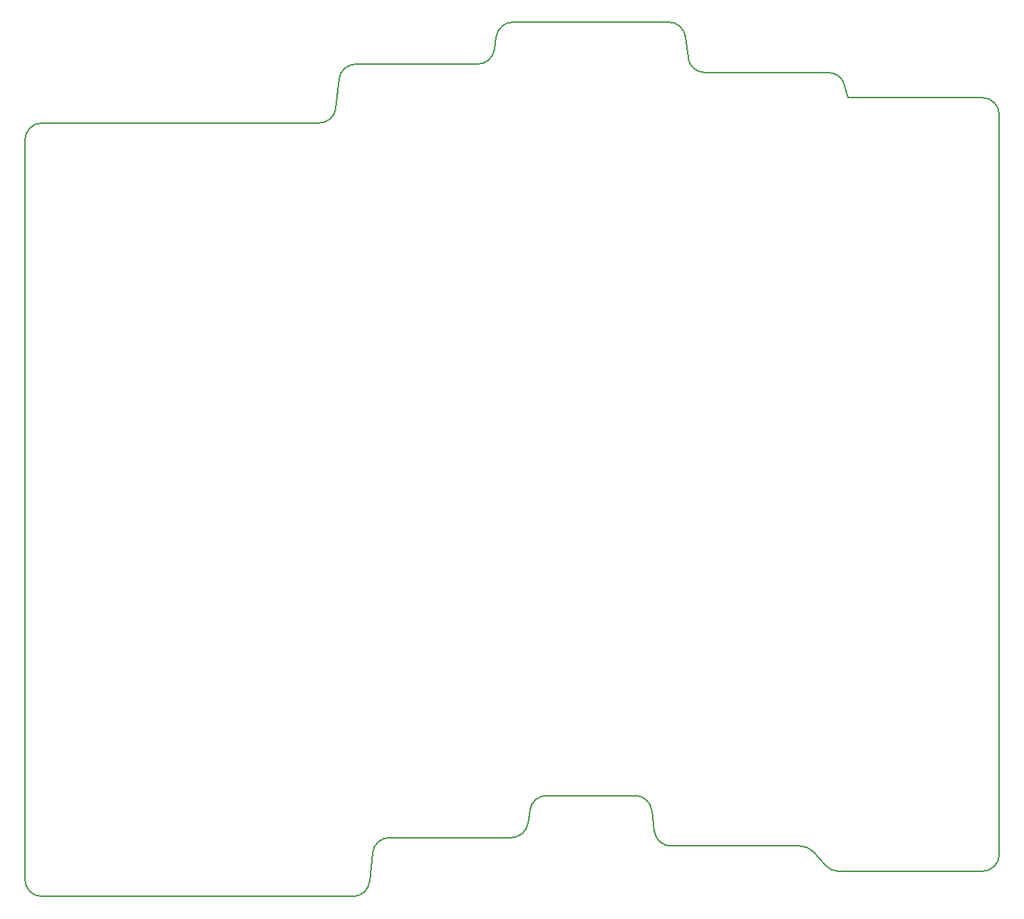
<source format=gbr>
%TF.GenerationSoftware,KiCad,Pcbnew,8.0.7*%
%TF.CreationDate,2025-01-07T16:57:54+01:00*%
%TF.ProjectId,left_finished,6c656674-5f66-4696-9e69-736865642e6b,v1.0.0*%
%TF.SameCoordinates,Original*%
%TF.FileFunction,Profile,NP*%
%FSLAX46Y46*%
G04 Gerber Fmt 4.6, Leading zero omitted, Abs format (unit mm)*
G04 Created by KiCad (PCBNEW 8.0.7) date 2025-01-07 16:57:54*
%MOMM*%
%LPD*%
G01*
G04 APERTURE LIST*
%TA.AperFunction,Profile*%
%ADD10C,0.150000*%
%TD*%
G04 APERTURE END LIST*
D10*
X169765564Y-62499999D02*
G75*
G02*
X167781045Y-60748065I36J1999999D01*
G01*
X165484436Y-56500001D02*
G75*
G02*
X167468955Y-58251935I-36J-1999999D01*
G01*
X204750000Y-67500000D02*
X204750000Y-155500000D01*
X144994502Y-58203319D02*
G75*
G02*
X146972375Y-56499975I1977898J-296681D01*
G01*
X165765564Y-154499999D02*
G75*
G02*
X163781045Y-152748065I36J1999999D01*
G01*
X128297161Y-61500000D02*
X142777625Y-61500000D01*
X126308543Y-63286934D02*
G75*
G02*
X128297161Y-61499962I1988657J-213066D01*
G01*
X144755498Y-59796681D02*
G75*
G02*
X142777625Y-61500025I-1977898J296681D01*
G01*
X130308543Y-155286934D02*
X129941457Y-158713066D01*
X169765564Y-62500000D02*
X184438498Y-62500000D01*
X91000000Y-160500000D02*
X127952839Y-160500000D01*
X130308543Y-155286934D02*
G75*
G02*
X132297161Y-153499962I1988657J-213066D01*
G01*
X148994502Y-150203319D02*
G75*
G02*
X150972375Y-148499975I1977898J-296681D01*
G01*
X163781009Y-152748069D02*
X163468991Y-150251931D01*
X125941457Y-66713066D02*
X126308543Y-63286934D01*
X167468991Y-58251931D02*
X167781009Y-60748069D01*
X202750000Y-157500000D02*
X185629803Y-157500000D01*
X184155495Y-156851449D02*
X182594505Y-155148551D01*
X89000000Y-70500000D02*
G75*
G02*
X91000000Y-68500000I2000000J0D01*
G01*
X185629803Y-157500000D02*
G75*
G02*
X184155493Y-156851451I-3J2000000D01*
G01*
X91000000Y-160500000D02*
G75*
G02*
X89000000Y-158500000I0J2000000D01*
G01*
X186378767Y-64014868D02*
X186750100Y-65500000D01*
X148994502Y-150203319D02*
X148755498Y-151796681D01*
X146972375Y-56500000D02*
X165484436Y-56500000D01*
X202750000Y-65500000D02*
G75*
G02*
X204750000Y-67500000I0J-2000000D01*
G01*
X146777625Y-153500000D02*
X132297161Y-153500000D01*
X91000000Y-68500000D02*
X123952839Y-68500000D01*
X129941457Y-158713066D02*
G75*
G02*
X127952839Y-160500038I-1988657J213066D01*
G01*
X161484436Y-148500000D02*
X150972375Y-148500000D01*
X204750000Y-155500000D02*
G75*
G02*
X202750000Y-157500000I-2000000J0D01*
G01*
X125941457Y-66713066D02*
G75*
G02*
X123952839Y-68500038I-1988657J213066D01*
G01*
X89000000Y-158500000D02*
X89000000Y-70500000D01*
X144755498Y-59796681D02*
X144994502Y-58203319D01*
X181120197Y-154500000D02*
G75*
G02*
X182594507Y-155148549I3J-2000000D01*
G01*
X186750100Y-65500000D02*
X202750000Y-65500000D01*
X161484436Y-148500001D02*
G75*
G02*
X163468955Y-150251935I-36J-1999999D01*
G01*
X181120197Y-154500000D02*
X165765564Y-154500000D01*
X148755498Y-151796681D02*
G75*
G02*
X146777625Y-153500025I-1977898J296681D01*
G01*
X184438498Y-62500001D02*
G75*
G02*
X186378769Y-64014868I2J-1999999D01*
G01*
M02*

</source>
